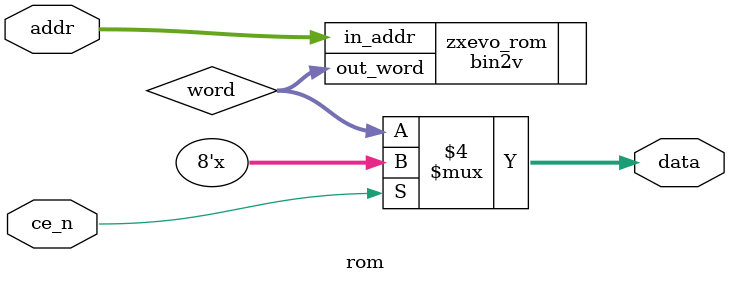
<source format=v>

module rom(
	input [18:0] addr,
	output reg [7:0] data,
	input ce_n
);


	wire [7:0] word;

	bin2v #(.FILENAME("ers_test.rom")) zxevo_rom( .in_addr(addr), .out_word(word) );

	always @*
	begin
		if( !ce_n )
			data = word;
		else
			data = 8'bZZZZZZZZ;

	end




endmodule


</source>
